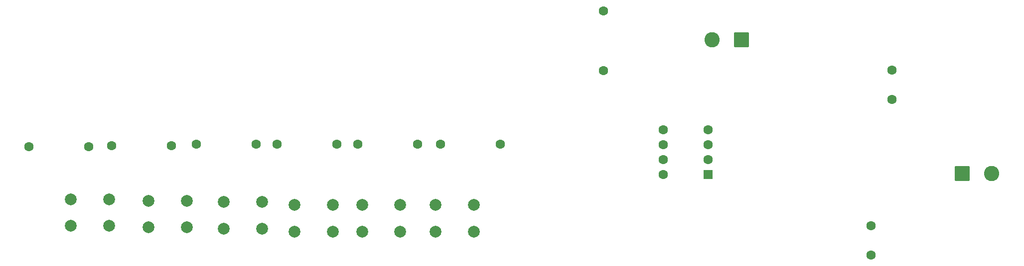
<source format=gbr>
%TF.GenerationSoftware,KiCad,Pcbnew,9.0.3*%
%TF.CreationDate,2025-07-19T19:00:48+05:30*%
%TF.ProjectId,piano wkshp,7069616e-6f20-4776-9b73-68702e6b6963,rev?*%
%TF.SameCoordinates,Original*%
%TF.FileFunction,Soldermask,Bot*%
%TF.FilePolarity,Negative*%
%FSLAX46Y46*%
G04 Gerber Fmt 4.6, Leading zero omitted, Abs format (unit mm)*
G04 Created by KiCad (PCBNEW 9.0.3) date 2025-07-19 19:00:48*
%MOMM*%
%LPD*%
G01*
G04 APERTURE LIST*
G04 Aperture macros list*
%AMRoundRect*
0 Rectangle with rounded corners*
0 $1 Rounding radius*
0 $2 $3 $4 $5 $6 $7 $8 $9 X,Y pos of 4 corners*
0 Add a 4 corners polygon primitive as box body*
4,1,4,$2,$3,$4,$5,$6,$7,$8,$9,$2,$3,0*
0 Add four circle primitives for the rounded corners*
1,1,$1+$1,$2,$3*
1,1,$1+$1,$4,$5*
1,1,$1+$1,$6,$7*
1,1,$1+$1,$8,$9*
0 Add four rect primitives between the rounded corners*
20,1,$1+$1,$2,$3,$4,$5,0*
20,1,$1+$1,$4,$5,$6,$7,0*
20,1,$1+$1,$6,$7,$8,$9,0*
20,1,$1+$1,$8,$9,$2,$3,0*%
G04 Aperture macros list end*
%ADD10C,2.000000*%
%ADD11C,1.600000*%
%ADD12RoundRect,0.250000X-1.050000X-1.050000X1.050000X-1.050000X1.050000X1.050000X-1.050000X1.050000X0*%
%ADD13C,2.600000*%
%ADD14RoundRect,0.250000X1.050000X1.050000X-1.050000X1.050000X-1.050000X-1.050000X1.050000X-1.050000X0*%
%ADD15RoundRect,0.250000X0.550000X0.550000X-0.550000X0.550000X-0.550000X-0.550000X0.550000X-0.550000X0*%
G04 APERTURE END LIST*
D10*
%TO.C,SW3*%
X99000000Y-118000000D03*
X92500000Y-118000000D03*
X99000000Y-113500000D03*
X92500000Y-113500000D03*
%TD*%
D11*
%TO.C,R6*%
X129363000Y-103669000D03*
X139523000Y-103669000D03*
%TD*%
%TO.C,R1*%
X59420000Y-104050000D03*
X69580000Y-104050000D03*
%TD*%
%TO.C,C1*%
X202500000Y-117500000D03*
X202500000Y-122500000D03*
%TD*%
%TO.C,R5*%
X115266000Y-103669000D03*
X125426000Y-103669000D03*
%TD*%
%TO.C,R3*%
X87834000Y-103669000D03*
X97994000Y-103669000D03*
%TD*%
D10*
%TO.C,SW5*%
X122500000Y-118500000D03*
X116000000Y-118500000D03*
X122500000Y-114000000D03*
X116000000Y-114000000D03*
%TD*%
D11*
%TO.C,R7*%
X157000000Y-91080000D03*
X157000000Y-80920000D03*
%TD*%
%TO.C,C2*%
X206000000Y-91000000D03*
X206000000Y-96000000D03*
%TD*%
%TO.C,R4*%
X101550000Y-103669000D03*
X111710000Y-103669000D03*
%TD*%
D10*
%TO.C,SW6*%
X135000000Y-118500000D03*
X128500000Y-118500000D03*
X135000000Y-114000000D03*
X128500000Y-114000000D03*
%TD*%
%TO.C,SW4*%
X111000000Y-118500000D03*
X104500000Y-118500000D03*
X111000000Y-114000000D03*
X104500000Y-114000000D03*
%TD*%
D11*
%TO.C,R2*%
X73420000Y-103923000D03*
X83580000Y-103923000D03*
%TD*%
D12*
%TO.C,LS1*%
X218000000Y-108672500D03*
D13*
X223000000Y-108672500D03*
%TD*%
D14*
%TO.C,J1*%
X180500000Y-85827500D03*
D13*
X175500000Y-85827500D03*
%TD*%
D10*
%TO.C,SW2*%
X86250000Y-117750000D03*
X79750000Y-117750000D03*
X86250000Y-113250000D03*
X79750000Y-113250000D03*
%TD*%
D15*
%TO.C,U1*%
X174805000Y-108810000D03*
D11*
X174805000Y-106270000D03*
X174805000Y-103730000D03*
X174805000Y-101190000D03*
X167185000Y-101190000D03*
X167185000Y-103730000D03*
X167185000Y-106270000D03*
X167185000Y-108810000D03*
%TD*%
D10*
%TO.C,SW1*%
X73000000Y-117500000D03*
X66500000Y-117500000D03*
X73000000Y-113000000D03*
X66500000Y-113000000D03*
%TD*%
M02*

</source>
